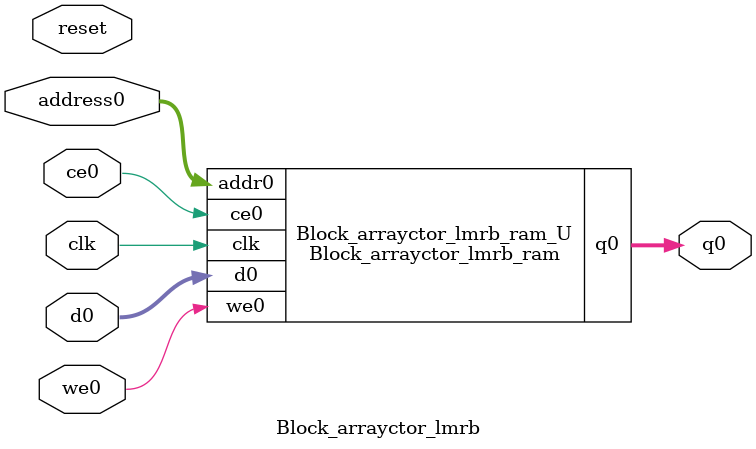
<source format=v>
`timescale 1 ns / 1 ps
module Block_arrayctor_lmrb_ram (addr0, ce0, d0, we0, q0,  clk);

parameter DWIDTH = 5;
parameter AWIDTH = 9;
parameter MEM_SIZE = 264;

input[AWIDTH-1:0] addr0;
input ce0;
input[DWIDTH-1:0] d0;
input we0;
output reg[DWIDTH-1:0] q0;
input clk;

(* ram_style = "block" *)reg [DWIDTH-1:0] ram[0:MEM_SIZE-1];




always @(posedge clk)  
begin 
    if (ce0) begin
        if (we0) 
            ram[addr0] <= d0; 
        q0 <= ram[addr0];
    end
end


endmodule

`timescale 1 ns / 1 ps
module Block_arrayctor_lmrb(
    reset,
    clk,
    address0,
    ce0,
    we0,
    d0,
    q0);

parameter DataWidth = 32'd5;
parameter AddressRange = 32'd264;
parameter AddressWidth = 32'd9;
input reset;
input clk;
input[AddressWidth - 1:0] address0;
input ce0;
input we0;
input[DataWidth - 1:0] d0;
output[DataWidth - 1:0] q0;



Block_arrayctor_lmrb_ram Block_arrayctor_lmrb_ram_U(
    .clk( clk ),
    .addr0( address0 ),
    .ce0( ce0 ),
    .we0( we0 ),
    .d0( d0 ),
    .q0( q0 ));

endmodule


</source>
